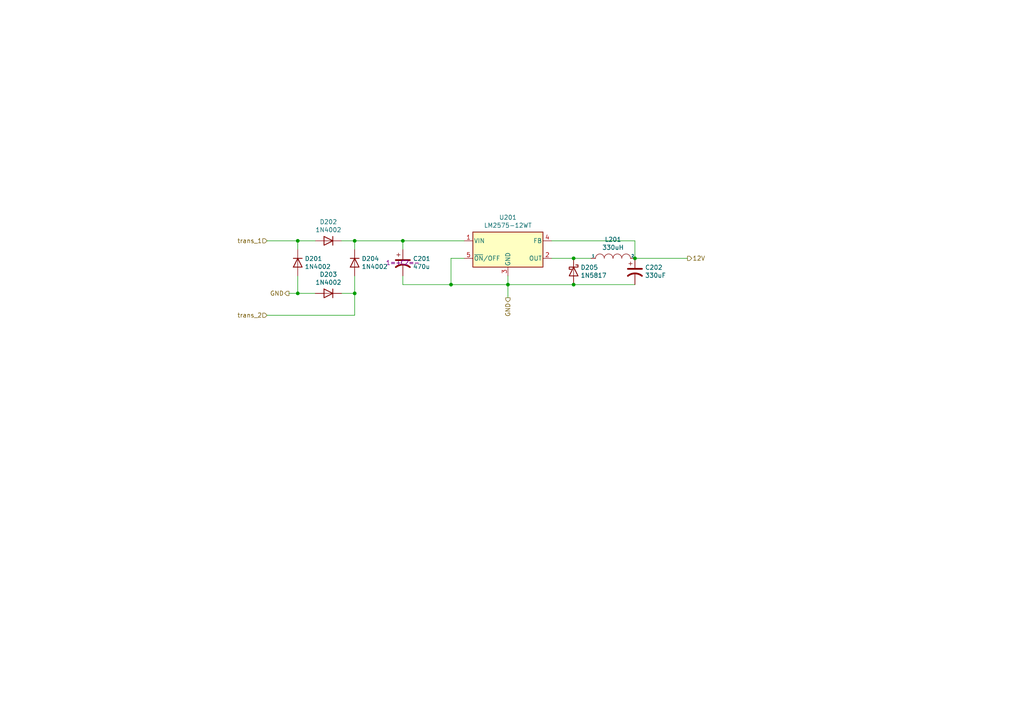
<source format=kicad_sch>
(kicad_sch (version 20250114) (generator "eeschema") (generator_version "9.0")
  (paper "A4")
  (title_block (title "Video Doorbell Adapter") (date "2025-08-26") (rev "0.1.5") (comment 1 "16VAC to 12V DC Power Supply"))
  (lib_symbols
    (symbol "Device:CP1" (pin_numbers (hide yes)) (pin_names (offset 0.254) (hide yes))
      (property "Reference" "C" (at 0.635 2.54 0))
      (property "Value" "Device_CP1" (at 0.635 -2.54 0))
      (symbol "CP1_0_1"
        (polyline (pts (xy -2.032 0.762) (xy 2.032 0.762)) (stroke (width 0.508)))
        (polyline (pts (xy -1.778 2.286) (xy -0.762 2.286)))
        (polyline (pts (xy -1.27 1.778) (xy -1.27 2.794)))
        (arc (start -2.032 -1.27) (mid 0 -0.5572) (end 2.032 -1.27) (stroke (width 0.508)))
      )
      (symbol "CP1_1_1"
        (pin passive line (at 0 3.81 270) (length 2.794) (name "~") (number "1"))
        (pin passive line (at 0 -3.81 90) (length 3.302) (name "~") (number "2"))
      )
    )
    (symbol "Diode:1N4002" (pin_numbers (hide yes)) (pin_names (hide yes))
      (property "Reference" "D" (at 0 2.54 0))
      (property "Value" "1N4002" (at 0 -2.54 0))
      (symbol "1N4002_0_1"
        (polyline (pts (xy -1.27 1.27) (xy -1.27 -1.27)) (stroke (width 0.254)))
        (polyline (pts (xy 1.27 1.27) (xy 1.27 -1.27) (xy -1.27 0) (xy 1.27 1.27)) (stroke (width 0.254)))
        (polyline (pts (xy 1.27 0) (xy -1.27 0)))
      )
      (symbol "1N4002_1_1"
        (pin passive line (at -3.81 0 0) (length 2.54) (name "K") (number "1"))
        (pin passive line (at 3.81 0 180) (length 2.54) (name "A") (number "2"))
      )
    )
    (symbol "Diode:1N5817" (pin_numbers (hide yes)) (pin_names (offset 1.016) (hide yes))
      (property "Reference" "D" (at 0 2.54 0))
      (property "Value" "1N5817" (at 0 -2.54 0))
      (symbol "1N5817_0_1"
        (polyline (pts (xy -1.905 0.635) (xy -1.905 1.27) (xy -1.27 1.27) (xy -1.27 -1.27) (xy -0.635 -1.27) (xy -0.635 -0.635)) (stroke (width 0.254)))
        (polyline (pts (xy 1.27 1.27) (xy 1.27 -1.27) (xy -1.27 0) (xy 1.27 1.27)) (stroke (width 0.254)))
        (polyline (pts (xy 1.27 0) (xy -1.27 0)))
      )
      (symbol "1N5817_1_1"
        (pin passive line (at -3.81 0 0) (length 2.54) (name "K") (number "1"))
        (pin passive line (at 3.81 0 180) (length 2.54) (name "A") (number "2"))
      )
    )
    (symbol "Regulator_Switching:LM2575-12BU" (pin_names (offset 0.254))
      (property "Reference" "U" (at -10.16 6.35 0))
      (property "Value" "LM2575-12BU" (at 0 6.35 0))
      (symbol "LM2575-12BU_0_1"
        (rectangle (start -10.16 5.08) (end 10.16 -5.08) (stroke (width 0.254)) (fill (type background)))
      )
      (symbol "LM2575-12BU_1_1"
        (pin power_in line (at -12.7 2.54 0) (length 2.54) (name "VIN") (number "1"))
        (pin input line (at -12.7 -2.54 0) (length 2.54) (name "~{ON}/OFF") (number "5"))
        (pin power_in line (at 0 -7.62 90) (length 2.54) (name "GND") (number "3"))
        (pin input line (at 12.7 2.54 180) (length 2.54) (name "FB") (number "4"))
        (pin output line (at 12.7 -2.54 180) (length 2.54) (name "OUT") (number "2"))
      )
    )
    (symbol "pspice:INDUCTOR" (pin_numbers (hide yes)) (pin_names (offset 0))
      (property "Reference" "L" (at 0 2.54 0))
      (property "Value" "pspice_INDUCTOR" (at 0 -1.27 0))
      (symbol "INDUCTOR_0_1"
        (arc (start -5.08 0) (mid -3.81 1.27) (end -2.54 0))
        (arc (start -2.54 0) (mid -1.27 1.27) (end 0 0))
        (arc (start 0 0) (mid 1.27 1.27) (end 2.54 0))
        (arc (start 2.54 0) (mid 3.81 1.27) (end 5.08 0))
      )
      (symbol "INDUCTOR_1_1"
        (pin input line (at -6.35 0 0) (length 1.27) (name "1") (number "1"))
        (pin input line (at 6.35 0 180) (length 1.27) (name "2") (number "2"))
      )
    )
  )
  (junction (at 86.36 85.09))
  (junction (at 86.36 69.85))
  (junction (at 102.87 69.85))
  (junction (at 166.37 82.55))
  (junction (at 130.81 82.55))
  (junction (at 102.87 85.09))
  (junction (at 184.15 74.93))
  (junction (at 116.84 69.85))
  (junction (at 166.37 74.93))
  (junction (at 147.32 82.55))
  (wire (pts (xy 130.81 74.93) (xy 130.81 82.55)))
  (wire (pts (xy 102.87 85.09) (xy 102.87 80.01)))
  (wire (pts (xy 102.87 69.85) (xy 102.87 72.39)))
  (wire (pts (xy 116.84 80.01) (xy 116.84 82.55)))
  (wire (pts (xy 86.36 80.01) (xy 86.36 85.09)))
  (wire (pts (xy 147.32 80.01) (xy 147.32 82.55)))
  (wire (pts (xy 77.47 69.85) (xy 86.36 69.85)))
  (wire (pts (xy 130.81 82.55) (xy 147.32 82.55)))
  (wire (pts (xy 102.87 91.44) (xy 102.87 85.09)))
  (wire (pts (xy 134.62 74.93) (xy 130.81 74.93)))
  (wire (pts (xy 184.15 74.93) (xy 199.39 74.93)))
  (wire (pts (xy 86.36 85.09) (xy 91.44 85.09)))
  (wire (pts (xy 83.82 85.09) (xy 86.36 85.09)))
  (wire (pts (xy 147.32 82.55) (xy 147.32 86.36)))
  (wire (pts (xy 160.02 74.93) (xy 166.37 74.93)))
  (wire (pts (xy 77.47 91.44) (xy 102.87 91.44)))
  (wire (pts (xy 116.84 69.85) (xy 116.84 72.39)))
  (wire (pts (xy 99.06 85.09) (xy 102.87 85.09)))
  (wire (pts (xy 166.37 82.55) (xy 184.15 82.55)))
  (wire (pts (xy 147.32 82.55) (xy 166.37 82.55)))
  (wire (pts (xy 86.36 69.85) (xy 86.36 72.39)))
  (wire (pts (xy 99.06 69.85) (xy 102.87 69.85)))
  (wire (pts (xy 116.84 69.85) (xy 134.62 69.85)))
  (wire (pts (xy 184.15 69.85) (xy 184.15 74.93)))
  (wire (pts (xy 160.02 69.85) (xy 184.15 69.85)))
  (wire (pts (xy 102.87 69.85) (xy 116.84 69.85)))
  (wire (pts (xy 86.36 69.85) (xy 91.44 69.85)))
  (wire (pts (xy 116.84 82.55) (xy 130.81 82.55)))
  (wire (pts (xy 166.37 74.93) (xy 171.45 74.93)))
  (hierarchical_label "GND" (shape output) (at 147.32 86.36 270))
  (hierarchical_label "GND" (shape output) (at 83.82 85.09 180))
  (hierarchical_label "12V" (shape output) (at 199.39 74.93 0))
  (hierarchical_label "trans_2" (shape input) (at 77.47 91.44 180))
  (hierarchical_label "trans_1" (shape input) (at 77.47 69.85 180))
  (symbol (lib_id "Diode:1N4002") (at 95.25 85.09 0) (mirror y) (unit 1)
    (property "Reference" "D203" (at 95.25 79.6036 0))
    (property "Value" "1N4002" (at 95.25 81.915 0))
    (property "Footprint" "Diode_THT:D_DO-41_SOD81_P10.16mm_Horizontal" (effects (hide yes)))
    (property "Datasheet" "http://www.vishay.com/docs/88503/1n4001.pdf" (effects (hide yes)))
  )
  (symbol (lib_id "Device:CP1") (at 116.84 76.2 0) (unit 1)
    (property "Reference" "C201" (at 119.761 75.0316 0) (effects (justify left)))
    (property "Value" "470u" (at 119.761 77.343 0) (effects (justify left)))
    (property "Footprint" "Capacitor_THT:CP_Radial_D10.0mm_P5.00mm" (effects (hide yes)))
    (property "Sim.Device" "C" (at 116.84 76.2 0))
    (property "Sim.Pins" "1=+ 2=-" (at 116.84 76.2 0))
  )
  (symbol (lib_id "Diode:1N5817") (at 166.37 78.74 270) (unit 1)
    (property "Reference" "D205" (at 168.3766 77.5716 90) (effects (justify left)))
    (property "Value" "1N5817" (at 168.3766 79.883 90) (effects (justify left)))
    (property "Footprint" "Diode_THT:D_DO-41_SOD81_P10.16mm_Horizontal" (effects (hide yes)))
    (property "Datasheet" "http://www.vishay.com/docs/88525/1n5817.pdf" (effects (hide yes)))
  )
  (symbol (lib_id "Diode:1N4002") (at 102.87 76.2 90) (mirror x) (unit 1)
    (property "Reference" "D204" (at 104.8766 75.0316 90) (effects (justify right)))
    (property "Value" "1N4002" (at 104.8766 77.343 90) (effects (justify right)))
    (property "Footprint" "Diode_THT:D_DO-41_SOD81_P10.16mm_Horizontal" (effects (hide yes)))
    (property "Datasheet" "http://www.vishay.com/docs/88503/1n4001.pdf" (effects (hide yes)))
  )
  (symbol (lib_id "Diode:1N4002") (at 86.36 76.2 90) (mirror x) (unit 1)
    (property "Reference" "D201" (at 88.3666 75.0316 90) (effects (justify right)))
    (property "Value" "1N4002" (at 88.3666 77.343 90) (effects (justify right)))
    (property "Footprint" "Diode_THT:D_DO-41_SOD81_P10.16mm_Horizontal" (effects (hide yes)))
    (property "Datasheet" "http://www.vishay.com/docs/88503/1n4001.pdf" (effects (hide yes)))
  )
  (symbol (lib_id "Device:CP1") (at 184.15 78.74 0) (unit 1)
    (property "Reference" "C202" (at 187.071 77.5716 0) (effects (justify left)))
    (property "Value" "330uF" (at 187.071 79.883 0) (effects (justify left)))
    (property "Footprint" "Capacitor_THT:CP_Radial_D10.0mm_P5.00mm" (effects (hide yes)))
  )
  (symbol (lib_id "pspice:INDUCTOR") (at 177.8 74.93 0) (unit 1)
    (property "Reference" "L201" (at 177.8 69.469 0))
    (property "Value" "330uH" (at 177.8 71.7804 0))
    (property "Footprint" "Inductor_THT:L_Toroid_Vertical_L24.6mm_W15.5mm_P11.44mm_Pulse_KM-4" (effects (hide yes)))
  )
  (symbol (lib_id "Regulator_Switching:LM2575-12BU") (at 147.32 72.39 0) (unit 1)
    (property "Reference" "U201" (at 147.32 63.0682 0))
    (property "Value" "LM2575-12WT" (at 147.32 65.3796 0))
    (property "Footprint" "Package_TO_SOT_THT:TO-262-5_Vertical" (effects (hide yes)))
    (property "Datasheet" "http://ww1.microchip.com/downloads/en/DeviceDoc/lm2575.pdf" (effects (hide yes)))
  )
  (symbol (lib_id "Diode:1N4002") (at 95.25 69.85 0) (mirror y) (unit 1)
    (property "Reference" "D202" (at 95.25 64.3636 0))
    (property "Value" "1N4002" (at 95.25 66.675 0))
    (property "Footprint" "Diode_THT:D_DO-41_SOD81_P10.16mm_Horizontal" (effects (hide yes)))
    (property "Datasheet" "http://www.vishay.com/docs/88503/1n4001.pdf" (effects (hide yes)))
  )
)
</source>
